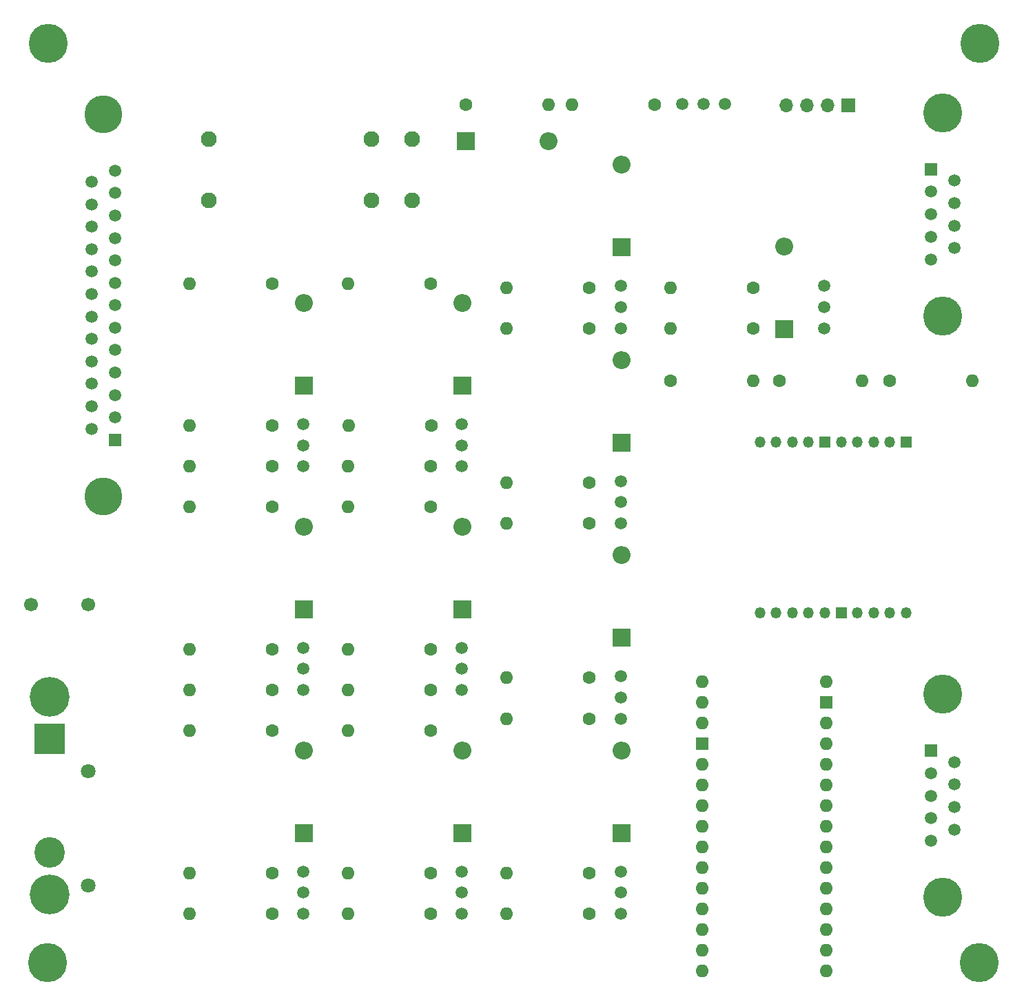
<source format=gbr>
%TF.GenerationSoftware,KiCad,Pcbnew,8.0.0*%
%TF.CreationDate,2024-03-27T17:18:48-07:00*%
%TF.ProjectId,honda radio,686f6e64-6120-4726-9164-696f2e6b6963,rev?*%
%TF.SameCoordinates,Original*%
%TF.FileFunction,Soldermask,Bot*%
%TF.FilePolarity,Negative*%
%FSLAX46Y46*%
G04 Gerber Fmt 4.6, Leading zero omitted, Abs format (unit mm)*
G04 Created by KiCad (PCBNEW 8.0.0) date 2024-03-27 17:18:48*
%MOMM*%
%LPD*%
G01*
G04 APERTURE LIST*
%ADD10C,1.600000*%
%ADD11O,1.600000X1.600000*%
%ADD12R,2.200000X2.200000*%
%ADD13O,2.200000X2.200000*%
%ADD14C,1.493000*%
%ADD15C,4.800000*%
%ADD16C,4.650000*%
%ADD17R,1.500000X1.500000*%
%ADD18C,1.500000*%
%ADD19R,1.350000X1.350000*%
%ADD20O,1.350000X1.350000*%
%ADD21C,1.950000*%
%ADD22C,1.700000*%
%ADD23R,1.700000X1.700000*%
%ADD24O,1.700000X1.700000*%
%ADD25R,1.600000X1.600000*%
%ADD26C,4.890000*%
%ADD27R,3.750000X3.750000*%
%ADD28C,1.800000*%
%ADD29C,3.750000*%
G04 APERTURE END LIST*
D10*
%TO.C,R6*%
X155000000Y-98500000D03*
D11*
X144840000Y-98500000D03*
%TD*%
D12*
%TO.C,D7*%
X139420000Y-109080000D03*
D13*
X139420000Y-98920000D03*
%TD*%
D14*
%TO.C,Q10*%
X119835000Y-141300000D03*
X119835000Y-143900000D03*
X119835000Y-146500000D03*
%TD*%
D10*
%TO.C,R16*%
X175085000Y-74500000D03*
D11*
X164925000Y-74500000D03*
%TD*%
D10*
%TO.C,R23*%
X116000000Y-124000000D03*
D11*
X105840000Y-124000000D03*
%TD*%
D10*
%TO.C,R31*%
X116000000Y-146500000D03*
D11*
X105840000Y-146500000D03*
%TD*%
D14*
%TO.C,Q5*%
X183835000Y-69300000D03*
X183835000Y-71900000D03*
X183835000Y-74500000D03*
%TD*%
D10*
%TO.C,R30*%
X116000000Y-86500000D03*
D11*
X105840000Y-86500000D03*
%TD*%
D10*
%TO.C,R17*%
X135500000Y-141500000D03*
D11*
X125340000Y-141500000D03*
%TD*%
D15*
%TO.C,REF\u002A\u002A*%
X88500000Y-39500000D03*
%TD*%
D16*
%TO.C,J3*%
X95260000Y-48180000D03*
D17*
X96680000Y-88240000D03*
D18*
X96680000Y-85480000D03*
X96680000Y-82720000D03*
X96680000Y-79960000D03*
X96680000Y-77200000D03*
X96680000Y-74440000D03*
X96680000Y-71680000D03*
X96680000Y-68920000D03*
X96680000Y-66160000D03*
X96680000Y-63400000D03*
X96680000Y-60640000D03*
X96680000Y-57880000D03*
X96680000Y-55120000D03*
X93840000Y-86860000D03*
X93840000Y-84100000D03*
X93840000Y-81340000D03*
X93840000Y-78580000D03*
X93840000Y-75820000D03*
X93840000Y-73060000D03*
X93840000Y-70300000D03*
X93840000Y-67540000D03*
X93840000Y-64780000D03*
X93840000Y-62020000D03*
X93840000Y-59260000D03*
X93840000Y-56500000D03*
D16*
X95260000Y-95180000D03*
%TD*%
D15*
%TO.C,REF\u002A\u002A*%
X88420000Y-152500000D03*
%TD*%
D10*
%TO.C,R28*%
X116000000Y-141500000D03*
D11*
X105840000Y-141500000D03*
%TD*%
D15*
%TO.C,J1*%
X198420000Y-72995000D03*
D17*
X197000000Y-54955000D03*
D18*
X197000000Y-57727000D03*
X197000000Y-60500000D03*
X197000000Y-63272000D03*
X197000000Y-66045000D03*
X199840000Y-56341000D03*
X199840000Y-59114000D03*
X199840000Y-61886000D03*
X199840000Y-64659000D03*
D15*
X198420000Y-48005000D03*
%TD*%
D10*
%TO.C,R11*%
X135500000Y-96500000D03*
D11*
X125340000Y-96500000D03*
%TD*%
D19*
%TO.C,J8*%
X193920000Y-88500000D03*
D20*
X191920000Y-88500000D03*
X189920000Y-88500000D03*
X187920000Y-88500000D03*
X185920000Y-88500000D03*
D19*
X183920000Y-88500000D03*
D20*
X181920000Y-88500000D03*
X179920000Y-88500000D03*
X177920000Y-88500000D03*
X175920000Y-88500000D03*
X175920000Y-109500000D03*
X177920000Y-109500000D03*
X179920000Y-109500000D03*
X181920000Y-109500000D03*
X183920000Y-109500000D03*
D19*
X185920000Y-109500000D03*
D20*
X187920000Y-109500000D03*
X189920000Y-109500000D03*
X191920000Y-109500000D03*
X193920000Y-109500000D03*
%TD*%
D12*
%TO.C,D9*%
X139840000Y-51500000D03*
D13*
X150000000Y-51500000D03*
%TD*%
D10*
%TO.C,R29*%
X116000000Y-114000000D03*
D11*
X105840000Y-114000000D03*
%TD*%
D12*
%TO.C,D5*%
X178920000Y-74580000D03*
D13*
X178920000Y-64420000D03*
%TD*%
D10*
%TO.C,R27*%
X163000000Y-47000000D03*
D11*
X152840000Y-47000000D03*
%TD*%
D14*
%TO.C,Q2*%
X158835000Y-117300000D03*
X158835000Y-119900000D03*
X158835000Y-122500000D03*
%TD*%
D21*
%TO.C,K9*%
X108220000Y-58750000D03*
X128220000Y-58750000D03*
X133220000Y-58750000D03*
X133220000Y-51250000D03*
X128220000Y-51250000D03*
X108220000Y-51250000D03*
%TD*%
D12*
%TO.C,D2*%
X158920000Y-112580000D03*
D13*
X158920000Y-102420000D03*
%TD*%
D12*
%TO.C,D4*%
X158920000Y-64580000D03*
D13*
X158920000Y-54420000D03*
%TD*%
D10*
%TO.C,R7*%
X191920000Y-81000000D03*
D11*
X202080000Y-81000000D03*
%TD*%
D10*
%TO.C,R5*%
X155000000Y-122500000D03*
D11*
X144840000Y-122500000D03*
%TD*%
D10*
%TO.C,R32*%
X116000000Y-119000000D03*
D11*
X105840000Y-119000000D03*
%TD*%
D10*
%TO.C,R25*%
X116000000Y-69000000D03*
D11*
X105840000Y-69000000D03*
%TD*%
D22*
%TO.C,J5*%
X86420000Y-108500000D03*
X93420000Y-108500000D03*
%TD*%
D12*
%TO.C,D3*%
X158920000Y-88580000D03*
D13*
X158920000Y-78420000D03*
%TD*%
D14*
%TO.C,Q7*%
X139335000Y-113800000D03*
X139335000Y-116400000D03*
X139335000Y-119000000D03*
%TD*%
D15*
%TO.C,*%
X203000000Y-39500000D03*
%TD*%
%TO.C,*%
X202920000Y-152500000D03*
%TD*%
D10*
%TO.C,R13*%
X155000000Y-69500000D03*
D11*
X144840000Y-69500000D03*
%TD*%
D14*
%TO.C,Q9*%
X171620000Y-46915000D03*
X169020000Y-46915000D03*
X166420000Y-46915000D03*
%TD*%
%TO.C,Q12*%
X119835000Y-86300000D03*
X119835000Y-88900000D03*
X119835000Y-91500000D03*
%TD*%
D10*
%TO.C,R26*%
X139840000Y-47000000D03*
D11*
X150000000Y-47000000D03*
%TD*%
D14*
%TO.C,Q3*%
X158835000Y-93300000D03*
X158835000Y-95900000D03*
X158835000Y-98500000D03*
%TD*%
D10*
%TO.C,R21*%
X135500000Y-119000000D03*
D11*
X125340000Y-119000000D03*
%TD*%
D14*
%TO.C,Q1*%
X158835000Y-141300000D03*
X158835000Y-143900000D03*
X158835000Y-146500000D03*
%TD*%
D12*
%TO.C,D11*%
X119920000Y-109080000D03*
D13*
X119920000Y-98920000D03*
%TD*%
D10*
%TO.C,R33*%
X116000000Y-91500000D03*
D11*
X105840000Y-91500000D03*
%TD*%
D12*
%TO.C,D12*%
X119920000Y-81580000D03*
D13*
X119920000Y-71420000D03*
%TD*%
D10*
%TO.C,R22*%
X135500000Y-91500000D03*
D11*
X125340000Y-91500000D03*
%TD*%
D12*
%TO.C,D10*%
X119920000Y-136580000D03*
D13*
X119920000Y-126420000D03*
%TD*%
D14*
%TO.C,Q6*%
X139335000Y-141300000D03*
X139335000Y-143900000D03*
X139335000Y-146500000D03*
%TD*%
D10*
%TO.C,R15*%
X155000000Y-74500000D03*
D11*
X144840000Y-74500000D03*
%TD*%
D14*
%TO.C,Q8*%
X139335000Y-86300000D03*
X139335000Y-88900000D03*
X139335000Y-91500000D03*
%TD*%
D10*
%TO.C,R10*%
X135500000Y-124000000D03*
D11*
X125340000Y-124000000D03*
%TD*%
D10*
%TO.C,R1*%
X155000000Y-141500000D03*
D11*
X144840000Y-141500000D03*
%TD*%
D10*
%TO.C,R20*%
X135500000Y-146500000D03*
D11*
X125340000Y-146500000D03*
%TD*%
D10*
%TO.C,R19*%
X135580000Y-86500000D03*
D11*
X125420000Y-86500000D03*
%TD*%
D10*
%TO.C,R2*%
X155000000Y-117500000D03*
D11*
X144840000Y-117500000D03*
%TD*%
D10*
%TO.C,R12*%
X135500000Y-69000000D03*
D11*
X125340000Y-69000000D03*
%TD*%
D12*
%TO.C,D1*%
X158920000Y-136580000D03*
D13*
X158920000Y-126420000D03*
%TD*%
D10*
%TO.C,R14*%
X175085000Y-69500000D03*
D11*
X164925000Y-69500000D03*
%TD*%
D10*
%TO.C,R24*%
X116000000Y-96500000D03*
D11*
X105840000Y-96500000D03*
%TD*%
D10*
%TO.C,R8*%
X178340000Y-81000000D03*
D11*
X188500000Y-81000000D03*
%TD*%
D10*
%TO.C,R18*%
X135500000Y-114000000D03*
D11*
X125340000Y-114000000D03*
%TD*%
D10*
%TO.C,R3*%
X155000000Y-93500000D03*
D11*
X144840000Y-93500000D03*
%TD*%
D23*
%TO.C,J7*%
X186780000Y-47080000D03*
D24*
X184240000Y-47080000D03*
X181700000Y-47080000D03*
X179160000Y-47080000D03*
%TD*%
D12*
%TO.C,D6*%
X139420000Y-136580000D03*
D13*
X139420000Y-126420000D03*
%TD*%
D10*
%TO.C,R9*%
X164920000Y-81000000D03*
D11*
X175080000Y-81000000D03*
%TD*%
D10*
%TO.C,R4*%
X155000000Y-146500000D03*
D11*
X144840000Y-146500000D03*
%TD*%
D14*
%TO.C,Q11*%
X119835000Y-113800000D03*
X119835000Y-116400000D03*
X119835000Y-119000000D03*
%TD*%
D11*
%TO.C,J6*%
X184050000Y-117950000D03*
D25*
X184050000Y-120490000D03*
D11*
X184050000Y-123030000D03*
X184050000Y-125570000D03*
X184050000Y-128110000D03*
X184050000Y-130650000D03*
X184050000Y-133190000D03*
X184050000Y-135730000D03*
X184050000Y-138270000D03*
X184050000Y-140810000D03*
X184050000Y-143350000D03*
X184050000Y-145890000D03*
X184050000Y-148430000D03*
X184050000Y-150970000D03*
X184050000Y-153510000D03*
X168810000Y-117950000D03*
X168810000Y-120490000D03*
X168810000Y-123030000D03*
D25*
X168810000Y-125570000D03*
D11*
X168810000Y-128110000D03*
X168810000Y-130650000D03*
X168810000Y-133190000D03*
X168810000Y-135730000D03*
X168810000Y-138270000D03*
X168810000Y-140810000D03*
X168810000Y-143350000D03*
X168810000Y-145890000D03*
X168810000Y-148430000D03*
X168810000Y-150970000D03*
X168810000Y-153510000D03*
%TD*%
D15*
%TO.C,J2*%
X198415000Y-144495000D03*
D17*
X196995000Y-126455000D03*
D18*
X196995000Y-129227000D03*
X196995000Y-132000000D03*
X196995000Y-134772000D03*
X196995000Y-137545000D03*
X199835000Y-127841000D03*
X199835000Y-130614000D03*
X199835000Y-133386000D03*
X199835000Y-136159000D03*
D15*
X198415000Y-119505000D03*
%TD*%
D14*
%TO.C,Q4*%
X158835000Y-69300000D03*
X158835000Y-71900000D03*
X158835000Y-74500000D03*
%TD*%
D26*
%TO.C,J4*%
X88670000Y-144150000D03*
X88670000Y-119850000D03*
D27*
X88670000Y-125000000D03*
D28*
X93420000Y-129000000D03*
D29*
X88670000Y-139000000D03*
D28*
X93420000Y-143000000D03*
%TD*%
D12*
%TO.C,D8*%
X139420000Y-81580000D03*
D13*
X139420000Y-71420000D03*
%TD*%
M02*

</source>
